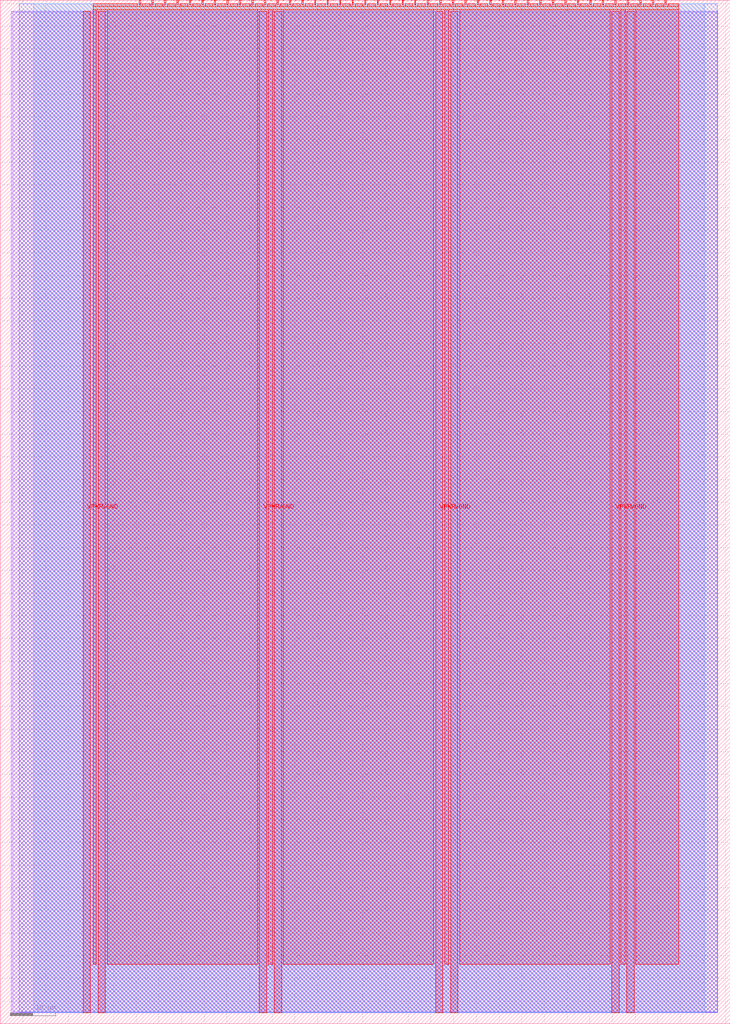
<source format=lef>
VERSION 5.7 ;
  NOWIREEXTENSIONATPIN ON ;
  DIVIDERCHAR "/" ;
  BUSBITCHARS "[]" ;
MACRO tt_um_dendraws_donut
  CLASS BLOCK ;
  FOREIGN tt_um_dendraws_donut ;
  ORIGIN 0.000 0.000 ;
  SIZE 161.000 BY 225.760 ;
  PIN VGND
    DIRECTION INOUT ;
    USE GROUND ;
    PORT
      LAYER met4 ;
        RECT 21.580 2.480 23.180 223.280 ;
    END
    PORT
      LAYER met4 ;
        RECT 60.450 2.480 62.050 223.280 ;
    END
    PORT
      LAYER met4 ;
        RECT 99.320 2.480 100.920 223.280 ;
    END
    PORT
      LAYER met4 ;
        RECT 138.190 2.480 139.790 223.280 ;
    END
  END VGND
  PIN VPWR
    DIRECTION INOUT ;
    USE POWER ;
    PORT
      LAYER met4 ;
        RECT 18.280 2.480 19.880 223.280 ;
    END
    PORT
      LAYER met4 ;
        RECT 57.150 2.480 58.750 223.280 ;
    END
    PORT
      LAYER met4 ;
        RECT 96.020 2.480 97.620 223.280 ;
    END
    PORT
      LAYER met4 ;
        RECT 134.890 2.480 136.490 223.280 ;
    END
  END VPWR
  PIN clk
    DIRECTION INPUT ;
    USE SIGNAL ;
    ANTENNAGATEAREA 0.852000 ;
    PORT
      LAYER met4 ;
        RECT 143.830 224.760 144.130 225.760 ;
    END
  END clk
  PIN ena
    DIRECTION INPUT ;
    USE SIGNAL ;
    PORT
      LAYER met4 ;
        RECT 146.590 224.760 146.890 225.760 ;
    END
  END ena
  PIN rst_n
    DIRECTION INPUT ;
    USE SIGNAL ;
    ANTENNAGATEAREA 0.196500 ;
    PORT
      LAYER met4 ;
        RECT 141.070 224.760 141.370 225.760 ;
    END
  END rst_n
  PIN ui_in[0]
    DIRECTION INPUT ;
    USE SIGNAL ;
    PORT
      LAYER met4 ;
        RECT 138.310 224.760 138.610 225.760 ;
    END
  END ui_in[0]
  PIN ui_in[1]
    DIRECTION INPUT ;
    USE SIGNAL ;
    PORT
      LAYER met4 ;
        RECT 135.550 224.760 135.850 225.760 ;
    END
  END ui_in[1]
  PIN ui_in[2]
    DIRECTION INPUT ;
    USE SIGNAL ;
    PORT
      LAYER met4 ;
        RECT 132.790 224.760 133.090 225.760 ;
    END
  END ui_in[2]
  PIN ui_in[3]
    DIRECTION INPUT ;
    USE SIGNAL ;
    PORT
      LAYER met4 ;
        RECT 130.030 224.760 130.330 225.760 ;
    END
  END ui_in[3]
  PIN ui_in[4]
    DIRECTION INPUT ;
    USE SIGNAL ;
    PORT
      LAYER met4 ;
        RECT 127.270 224.760 127.570 225.760 ;
    END
  END ui_in[4]
  PIN ui_in[5]
    DIRECTION INPUT ;
    USE SIGNAL ;
    PORT
      LAYER met4 ;
        RECT 124.510 224.760 124.810 225.760 ;
    END
  END ui_in[5]
  PIN ui_in[6]
    DIRECTION INPUT ;
    USE SIGNAL ;
    PORT
      LAYER met4 ;
        RECT 121.750 224.760 122.050 225.760 ;
    END
  END ui_in[6]
  PIN ui_in[7]
    DIRECTION INPUT ;
    USE SIGNAL ;
    PORT
      LAYER met4 ;
        RECT 118.990 224.760 119.290 225.760 ;
    END
  END ui_in[7]
  PIN uio_in[0]
    DIRECTION INPUT ;
    USE SIGNAL ;
    PORT
      LAYER met4 ;
        RECT 116.230 224.760 116.530 225.760 ;
    END
  END uio_in[0]
  PIN uio_in[1]
    DIRECTION INPUT ;
    USE SIGNAL ;
    PORT
      LAYER met4 ;
        RECT 113.470 224.760 113.770 225.760 ;
    END
  END uio_in[1]
  PIN uio_in[2]
    DIRECTION INPUT ;
    USE SIGNAL ;
    PORT
      LAYER met4 ;
        RECT 110.710 224.760 111.010 225.760 ;
    END
  END uio_in[2]
  PIN uio_in[3]
    DIRECTION INPUT ;
    USE SIGNAL ;
    PORT
      LAYER met4 ;
        RECT 107.950 224.760 108.250 225.760 ;
    END
  END uio_in[3]
  PIN uio_in[4]
    DIRECTION INPUT ;
    USE SIGNAL ;
    PORT
      LAYER met4 ;
        RECT 105.190 224.760 105.490 225.760 ;
    END
  END uio_in[4]
  PIN uio_in[5]
    DIRECTION INPUT ;
    USE SIGNAL ;
    PORT
      LAYER met4 ;
        RECT 102.430 224.760 102.730 225.760 ;
    END
  END uio_in[5]
  PIN uio_in[6]
    DIRECTION INPUT ;
    USE SIGNAL ;
    PORT
      LAYER met4 ;
        RECT 99.670 224.760 99.970 225.760 ;
    END
  END uio_in[6]
  PIN uio_in[7]
    DIRECTION INPUT ;
    USE SIGNAL ;
    PORT
      LAYER met4 ;
        RECT 96.910 224.760 97.210 225.760 ;
    END
  END uio_in[7]
  PIN uio_oe[0]
    DIRECTION OUTPUT ;
    USE SIGNAL ;
    ANTENNADIFFAREA 0.445500 ;
    PORT
      LAYER met4 ;
        RECT 49.990 224.760 50.290 225.760 ;
    END
  END uio_oe[0]
  PIN uio_oe[1]
    DIRECTION OUTPUT ;
    USE SIGNAL ;
    ANTENNADIFFAREA 0.445500 ;
    PORT
      LAYER met4 ;
        RECT 47.230 224.760 47.530 225.760 ;
    END
  END uio_oe[1]
  PIN uio_oe[2]
    DIRECTION OUTPUT ;
    USE SIGNAL ;
    ANTENNADIFFAREA 0.445500 ;
    PORT
      LAYER met4 ;
        RECT 44.470 224.760 44.770 225.760 ;
    END
  END uio_oe[2]
  PIN uio_oe[3]
    DIRECTION OUTPUT ;
    USE SIGNAL ;
    ANTENNADIFFAREA 0.445500 ;
    PORT
      LAYER met4 ;
        RECT 41.710 224.760 42.010 225.760 ;
    END
  END uio_oe[3]
  PIN uio_oe[4]
    DIRECTION OUTPUT ;
    USE SIGNAL ;
    ANTENNADIFFAREA 0.445500 ;
    PORT
      LAYER met4 ;
        RECT 38.950 224.760 39.250 225.760 ;
    END
  END uio_oe[4]
  PIN uio_oe[5]
    DIRECTION OUTPUT ;
    USE SIGNAL ;
    ANTENNADIFFAREA 0.445500 ;
    PORT
      LAYER met4 ;
        RECT 36.190 224.760 36.490 225.760 ;
    END
  END uio_oe[5]
  PIN uio_oe[6]
    DIRECTION OUTPUT ;
    USE SIGNAL ;
    ANTENNADIFFAREA 0.445500 ;
    PORT
      LAYER met4 ;
        RECT 33.430 224.760 33.730 225.760 ;
    END
  END uio_oe[6]
  PIN uio_oe[7]
    DIRECTION OUTPUT ;
    USE SIGNAL ;
    ANTENNADIFFAREA 0.445500 ;
    PORT
      LAYER met4 ;
        RECT 30.670 224.760 30.970 225.760 ;
    END
  END uio_oe[7]
  PIN uio_out[0]
    DIRECTION OUTPUT ;
    USE SIGNAL ;
    ANTENNADIFFAREA 0.445500 ;
    PORT
      LAYER met4 ;
        RECT 72.070 224.760 72.370 225.760 ;
    END
  END uio_out[0]
  PIN uio_out[1]
    DIRECTION OUTPUT ;
    USE SIGNAL ;
    ANTENNADIFFAREA 0.445500 ;
    PORT
      LAYER met4 ;
        RECT 69.310 224.760 69.610 225.760 ;
    END
  END uio_out[1]
  PIN uio_out[2]
    DIRECTION OUTPUT ;
    USE SIGNAL ;
    ANTENNADIFFAREA 0.445500 ;
    PORT
      LAYER met4 ;
        RECT 66.550 224.760 66.850 225.760 ;
    END
  END uio_out[2]
  PIN uio_out[3]
    DIRECTION OUTPUT ;
    USE SIGNAL ;
    ANTENNADIFFAREA 0.445500 ;
    PORT
      LAYER met4 ;
        RECT 63.790 224.760 64.090 225.760 ;
    END
  END uio_out[3]
  PIN uio_out[4]
    DIRECTION OUTPUT ;
    USE SIGNAL ;
    ANTENNADIFFAREA 0.445500 ;
    PORT
      LAYER met4 ;
        RECT 61.030 224.760 61.330 225.760 ;
    END
  END uio_out[4]
  PIN uio_out[5]
    DIRECTION OUTPUT ;
    USE SIGNAL ;
    ANTENNADIFFAREA 0.445500 ;
    PORT
      LAYER met4 ;
        RECT 58.270 224.760 58.570 225.760 ;
    END
  END uio_out[5]
  PIN uio_out[6]
    DIRECTION OUTPUT ;
    USE SIGNAL ;
    ANTENNADIFFAREA 0.445500 ;
    PORT
      LAYER met4 ;
        RECT 55.510 224.760 55.810 225.760 ;
    END
  END uio_out[6]
  PIN uio_out[7]
    DIRECTION OUTPUT ;
    USE SIGNAL ;
    ANTENNADIFFAREA 0.445500 ;
    PORT
      LAYER met4 ;
        RECT 52.750 224.760 53.050 225.760 ;
    END
  END uio_out[7]
  PIN uo_out[0]
    DIRECTION OUTPUT ;
    USE SIGNAL ;
    ANTENNADIFFAREA 0.795200 ;
    PORT
      LAYER met4 ;
        RECT 94.150 224.760 94.450 225.760 ;
    END
  END uo_out[0]
  PIN uo_out[1]
    DIRECTION OUTPUT ;
    USE SIGNAL ;
    ANTENNADIFFAREA 1.336500 ;
    PORT
      LAYER met4 ;
        RECT 91.390 224.760 91.690 225.760 ;
    END
  END uo_out[1]
  PIN uo_out[2]
    DIRECTION OUTPUT ;
    USE SIGNAL ;
    ANTENNAGATEAREA 0.495000 ;
    ANTENNADIFFAREA 1.431000 ;
    PORT
      LAYER met4 ;
        RECT 88.630 224.760 88.930 225.760 ;
    END
  END uo_out[2]
  PIN uo_out[3]
    DIRECTION OUTPUT ;
    USE SIGNAL ;
    ANTENNADIFFAREA 0.445500 ;
    PORT
      LAYER met4 ;
        RECT 85.870 224.760 86.170 225.760 ;
    END
  END uo_out[3]
  PIN uo_out[4]
    DIRECTION OUTPUT ;
    USE SIGNAL ;
    ANTENNADIFFAREA 0.795200 ;
    PORT
      LAYER met4 ;
        RECT 83.110 224.760 83.410 225.760 ;
    END
  END uo_out[4]
  PIN uo_out[5]
    DIRECTION OUTPUT ;
    USE SIGNAL ;
    ANTENNAGATEAREA 0.426000 ;
    ANTENNADIFFAREA 2.484000 ;
    PORT
      LAYER met4 ;
        RECT 80.350 224.760 80.650 225.760 ;
    END
  END uo_out[5]
  PIN uo_out[6]
    DIRECTION OUTPUT ;
    USE SIGNAL ;
    ANTENNADIFFAREA 1.288000 ;
    PORT
      LAYER met4 ;
        RECT 77.590 224.760 77.890 225.760 ;
    END
  END uo_out[6]
  PIN uo_out[7]
    DIRECTION OUTPUT ;
    USE SIGNAL ;
    ANTENNADIFFAREA 0.795200 ;
    PORT
      LAYER met4 ;
        RECT 74.830 224.760 75.130 225.760 ;
    END
  END uo_out[7]
  OBS
      LAYER li1 ;
        RECT 2.760 2.635 158.240 223.125 ;
      LAYER met1 ;
        RECT 2.460 2.480 158.240 223.280 ;
      LAYER met2 ;
        RECT 4.240 2.535 158.140 224.925 ;
      LAYER met3 ;
        RECT 7.425 2.555 155.415 224.905 ;
      LAYER met4 ;
        RECT 20.535 224.360 30.270 224.905 ;
        RECT 31.370 224.360 33.030 224.905 ;
        RECT 34.130 224.360 35.790 224.905 ;
        RECT 36.890 224.360 38.550 224.905 ;
        RECT 39.650 224.360 41.310 224.905 ;
        RECT 42.410 224.360 44.070 224.905 ;
        RECT 45.170 224.360 46.830 224.905 ;
        RECT 47.930 224.360 49.590 224.905 ;
        RECT 50.690 224.360 52.350 224.905 ;
        RECT 53.450 224.360 55.110 224.905 ;
        RECT 56.210 224.360 57.870 224.905 ;
        RECT 58.970 224.360 60.630 224.905 ;
        RECT 61.730 224.360 63.390 224.905 ;
        RECT 64.490 224.360 66.150 224.905 ;
        RECT 67.250 224.360 68.910 224.905 ;
        RECT 70.010 224.360 71.670 224.905 ;
        RECT 72.770 224.360 74.430 224.905 ;
        RECT 75.530 224.360 77.190 224.905 ;
        RECT 78.290 224.360 79.950 224.905 ;
        RECT 81.050 224.360 82.710 224.905 ;
        RECT 83.810 224.360 85.470 224.905 ;
        RECT 86.570 224.360 88.230 224.905 ;
        RECT 89.330 224.360 90.990 224.905 ;
        RECT 92.090 224.360 93.750 224.905 ;
        RECT 94.850 224.360 96.510 224.905 ;
        RECT 97.610 224.360 99.270 224.905 ;
        RECT 100.370 224.360 102.030 224.905 ;
        RECT 103.130 224.360 104.790 224.905 ;
        RECT 105.890 224.360 107.550 224.905 ;
        RECT 108.650 224.360 110.310 224.905 ;
        RECT 111.410 224.360 113.070 224.905 ;
        RECT 114.170 224.360 115.830 224.905 ;
        RECT 116.930 224.360 118.590 224.905 ;
        RECT 119.690 224.360 121.350 224.905 ;
        RECT 122.450 224.360 124.110 224.905 ;
        RECT 125.210 224.360 126.870 224.905 ;
        RECT 127.970 224.360 129.630 224.905 ;
        RECT 130.730 224.360 132.390 224.905 ;
        RECT 133.490 224.360 135.150 224.905 ;
        RECT 136.250 224.360 137.910 224.905 ;
        RECT 139.010 224.360 140.670 224.905 ;
        RECT 141.770 224.360 143.430 224.905 ;
        RECT 144.530 224.360 146.190 224.905 ;
        RECT 147.290 224.360 149.665 224.905 ;
        RECT 20.535 223.680 149.665 224.360 ;
        RECT 20.535 13.095 21.180 223.680 ;
        RECT 23.580 13.095 56.750 223.680 ;
        RECT 59.150 13.095 60.050 223.680 ;
        RECT 62.450 13.095 95.620 223.680 ;
        RECT 98.020 13.095 98.920 223.680 ;
        RECT 101.320 13.095 134.490 223.680 ;
        RECT 136.890 13.095 137.790 223.680 ;
        RECT 140.190 13.095 149.665 223.680 ;
  END
END tt_um_dendraws_donut
END LIBRARY


</source>
